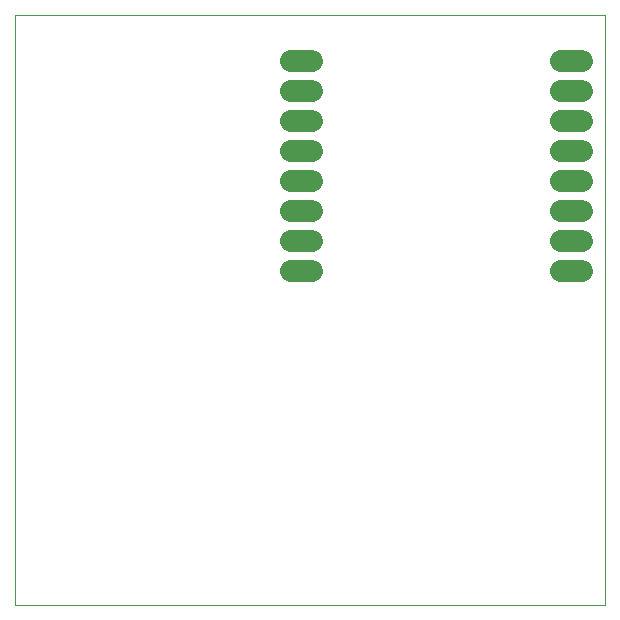
<source format=gbs>
G75*
%MOIN*%
%OFA0B0*%
%FSLAX25Y25*%
%IPPOS*%
%LPD*%
%AMOC8*
5,1,8,0,0,1.08239X$1,22.5*
%
%ADD10C,0.00000*%
%ADD11C,0.07200*%
D10*
X0005982Y0001000D02*
X0005982Y0197850D01*
X0202832Y0197850D01*
X0202832Y0001000D01*
X0005982Y0001000D01*
D11*
X0097972Y0112260D02*
X0105172Y0112260D01*
X0105172Y0122260D02*
X0097972Y0122260D01*
X0097972Y0132260D02*
X0105172Y0132260D01*
X0105172Y0142260D02*
X0097972Y0142260D01*
X0097972Y0152260D02*
X0105172Y0152260D01*
X0105172Y0162260D02*
X0097972Y0162260D01*
X0097972Y0172260D02*
X0105172Y0172260D01*
X0105172Y0182260D02*
X0097972Y0182260D01*
X0187972Y0182260D02*
X0195172Y0182260D01*
X0195172Y0172260D02*
X0187972Y0172260D01*
X0187972Y0162260D02*
X0195172Y0162260D01*
X0195172Y0152260D02*
X0187972Y0152260D01*
X0187972Y0142260D02*
X0195172Y0142260D01*
X0195172Y0132260D02*
X0187972Y0132260D01*
X0187972Y0122260D02*
X0195172Y0122260D01*
X0195172Y0112260D02*
X0187972Y0112260D01*
M02*

</source>
